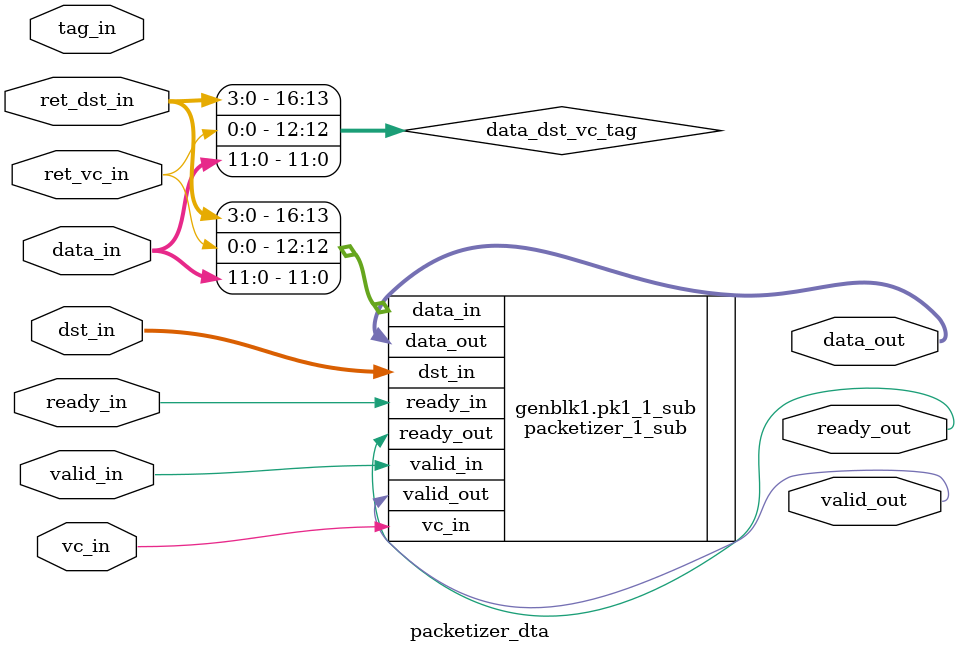
<source format=sv>
/*
 * function : take a data word/dest and insert proper packet and flit headers and also return dest and vc
 * this pkt is hooked to master and appends return dest/vc as normal but also tag
 * author   : Mohamed S. Abdelfattah
 * date     : 13-OCT-2015
 */

module packetizer_dta
#(
	parameter ADDRESS_WIDTH = 4,
	parameter VC_ADDRESS_WIDTH = 1,
	parameter WIDTH_IN  = 12,
	//parameter WIDTH_OUT = ((WIDTH_IN + 3*4 + ADDRESS_WIDTH + 4*VC_ADDRESS_WIDTH + 3)/4) * 4 
	parameter WIDTH_OUT = 36,
    parameter PACKETIZER_WIDTH = 1,
    parameter TAG_WIDTH = 8
)
(
	//input port
	input    [WIDTH_IN-1:0]      data_in,
	input                        valid_in,
	input  [  ADDRESS_WIDTH-1:0] dst_in,
	input [VC_ADDRESS_WIDTH-1:0] vc_in,
	input  [  ADDRESS_WIDTH-1:0] ret_dst_in,
	input [VC_ADDRESS_WIDTH-1:0] ret_vc_in,
	input        [TAG_WIDTH-1:0] tag_in,
	output                       ready_out,

	//output port
	output [WIDTH_OUT-1:0] data_out,
	output                 valid_out,
	input                  ready_in
);

//-------------------------------------------------------------------------
// Implementation
//-------------------------------------------------------------------------

localparam WIDTH_IN_MOD = WIDTH_IN + ADDRESS_WIDTH + VC_ADDRESS_WIDTH;

//synopsys translate off
always @ (*)
    if( (WIDTH_IN_MOD+3+ADDRESS_WIDTH+VC_ADDRESS_WIDTH) > WIDTH_OUT) begin
        $display("PACKETIZER_DA needs to pack %d bits, but only has %d bits",WIDTH_IN_MOD+3+ADDRESS_WIDTH+VC_ADDRESS_WIDTH,WIDTH_OUT);
        $finish(1);
    end
//synopsys translate on

reg [WIDTH_IN_MOD-1:0] data_dst_vc_tag;
assign data_dst_vc_tag = {tag_in,ret_dst_in,ret_vc_in,data_in};


//choose the packetizer based on PACKETIZER_WIDTH parameter
generate

if(PACKETIZER_WIDTH == 1)
packetizer_1_sub
#(
    .ADDRESS_WIDTH(ADDRESS_WIDTH),
	.VC_ADDRESS_WIDTH(VC_ADDRESS_WIDTH),
	.WIDTH_IN(WIDTH_IN_MOD),
	.WIDTH_OUT(WIDTH_OUT)
)
pk1_1_sub
(
	.data_in(data_dst_vc_tag),
	.valid_in(valid_in),
	.dst_in(dst_in),
	.vc_in(vc_in),
	.ready_out(ready_out),
	.data_out(data_out),
	.valid_out(valid_out),
	.ready_in(ready_in)
);
else if(PACKETIZER_WIDTH == 2)
packetizer_2_sub
#(
    .ADDRESS_WIDTH(ADDRESS_WIDTH),
	.VC_ADDRESS_WIDTH(VC_ADDRESS_WIDTH),
	.WIDTH_IN(WIDTH_IN_MOD),
	.WIDTH_OUT(WIDTH_OUT)
)
pk1_2_sub
(
	.data_in(data_dst_vc_tag),
	.valid_in(valid_in),
	.dst_in(dst_in),
	.vc_in(vc_in),
	.ready_out(ready_out),
	.data_out(data_out),
	.valid_out(valid_out),
	.ready_in(ready_in)
);
else if(PACKETIZER_WIDTH == 3)
packetizer_3_sub
#(
    .ADDRESS_WIDTH(ADDRESS_WIDTH),
	.VC_ADDRESS_WIDTH(VC_ADDRESS_WIDTH),
	.WIDTH_IN(WIDTH_IN_MOD),
	.WIDTH_OUT(WIDTH_OUT)
)
pk1_3_sub
(
	.data_in(data_dst_vc_tag),
	.valid_in(valid_in),
	.dst_in(dst_in),
	.vc_in(vc_in),
	.ready_out(ready_out),
	.data_out(data_out),
	.valid_out(valid_out),
	.ready_in(ready_in)
);
else if(PACKETIZER_WIDTH == 4)
packetizer_4_sub
#(
    .ADDRESS_WIDTH(ADDRESS_WIDTH),
	.VC_ADDRESS_WIDTH(VC_ADDRESS_WIDTH),
	.WIDTH_IN(WIDTH_IN_MOD),
	.WIDTH_OUT(WIDTH_OUT)
)
pk1_4_sub
(
	.data_in(data_dst_vc_tag),
	.valid_in(valid_in),
	.dst_in(dst_in),
	.vc_in(vc_in),
	.ready_out(ready_out),
	.data_out(data_out),
	.valid_out(valid_out),
	.ready_in(ready_in)
);
endgenerate

endmodule

</source>
